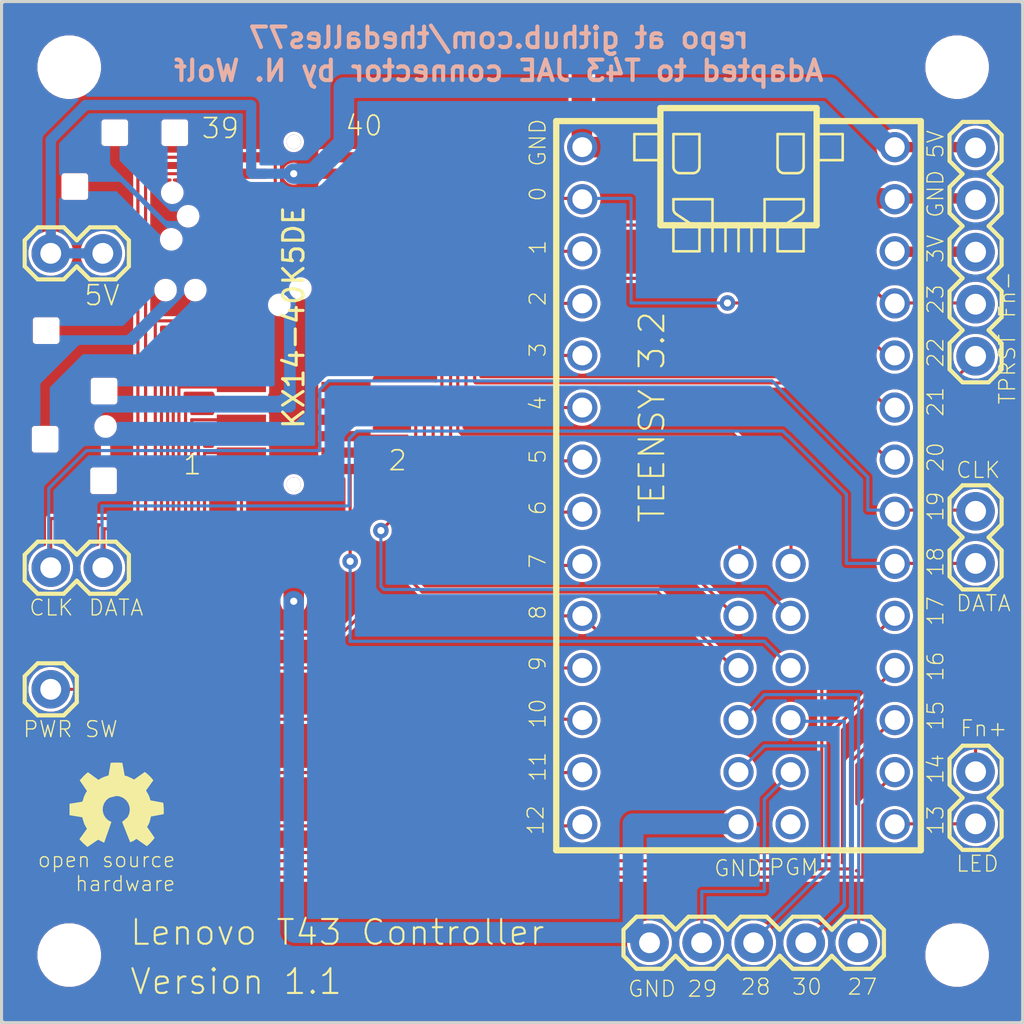
<source format=kicad_pcb>
(kicad_pcb (version 20171130) (host pcbnew 5.1.2)
  (layers (0 Top signal) (31 Bottom signal) (34 B.Paste user) (35 F.Paste user) (36 B.SilkS user) (37 F.SilkS user) (38 B.Mask user) (39 F.Mask user) (44 Edge.Cuts user))
  (net 0 "")
  (module Connector_JAE:KX14-40K5DE (layer Top) (at 135.3 87.7 270)
    (fp_text reference REF** hide)
    (fp_text value KX14-40K5DE (at 7.8 -2.55 90) (layer F.SilkS))
    (pad 2 smd rect (at 15.2 -5.1 270) (size 0.5 2.4) (layers Top F.Paste F.Mask))
    (pad 4 smd rect (at 14.4 -5.1 270) (size 0.5 2.4) (layers Top F.Paste F.Mask))
    (pad 6 smd rect (at 13.6 -5.1 270) (size 0.5 2.4) (layers Top F.Paste F.Mask))
    (pad 8 smd rect (at 12.8 -5.1 270) (size 0.5 2.4) (layers Top F.Paste F.Mask))
    (pad 10 smd rect (at 12 -5.1 270) (size 0.5 2.4) (layers Top F.Paste F.Mask))
    (pad 12 smd rect (at 11.2 -5.1 270) (size 0.5 2.4) (layers Top F.Paste F.Mask))
    (pad 14 smd rect (at 10.4 -5.1 270) (size 0.5 2.4) (layers Top F.Paste F.Mask))
    (pad 16 smd rect (at 9.6 -5.1 270) (size 0.5 2.4) (layers Top F.Paste F.Mask))
    (pad 18 smd rect (at 8.8 -5.1 270) (size 0.5 2.4) (layers Top F.Paste F.Mask))
    (pad 20 smd rect (at 8 -5.1 270) (size 0.5 2.4) (layers Top F.Paste F.Mask))
    (pad 22 smd rect (at 7.2 -5.1 270) (size 0.5 2.4) (layers Top F.Paste F.Mask))
    (pad 24 smd rect (at 6.4 -5.1 270) (size 0.5 2.4) (layers Top F.Paste F.Mask))
    (pad 26 smd rect (at 5.6 -5.1 270) (size 0.5 2.4) (layers Top F.Paste F.Mask))
    (pad 28 smd rect (at 4.8 -5.1 270) (size 0.5 2.4) (layers Top F.Paste F.Mask))
    (pad 30 smd rect (at 4 -5.1 270) (size 0.5 2.4) (layers Top F.Paste F.Mask))
    (pad 32 smd rect (at 3.2 -5.1 270) (size 0.5 2.4) (layers Top F.Paste F.Mask))
    (pad 34 smd rect (at 2.4 -5.1 270) (size 0.5 2.4) (layers Top F.Paste F.Mask))
    (pad 36 smd rect (at 1.6 -5.1 270) (size 0.5 2.4) (layers Top F.Paste F.Mask))
    (pad 38 smd rect (at 0.8 -5.1 270) (size 0.5 2.4) (layers Top F.Paste F.Mask))
    (pad 40 smd rect (at 0 -5.1 270) (size 0.5 2.4) (layers Top F.Paste F.Mask))
    (pad 44 smd rect (at 19.75 -2.55 270) (size 2.5 2.7) (layers Top F.Paste F.Mask))
    (pad 43 smd rect (at -4.5 -2.55 270) (size 2.5 2.7) (layers Top F.Paste F.Mask))
    (pad 42 thru_hole circle (at 15.95 -2.55 270) (size 0.7 0.7) (drill 0.7) (layers *.Cu *.Mask))
    (pad 41 thru_hole circle (at -0.75 -2.55 270) (size 0.7 0.7) (drill 0.7) (layers *.Cu *.Mask))
    (pad 1 smd rect (at 15.2 0 270) (size 0.5 2.4) (layers Top F.Paste F.Mask))
    (pad 3 smd rect (at 14.4 0 270) (size 0.5 2.4) (layers Top F.Paste F.Mask))
    (pad 5 smd rect (at 13.6 0 270) (size 0.5 2.4) (layers Top F.Paste F.Mask))
    (pad 7 smd rect (at 12.8 0 270) (size 0.5 2.4) (layers Top F.Paste F.Mask))
    (pad 9 smd rect (at 12 0 270) (size 0.5 2.4) (layers Top F.Paste F.Mask))
    (pad 11 smd rect (at 11.2 0 270) (size 0.5 2.4) (layers Top F.Paste F.Mask))
    (pad 13 smd rect (at 10.4 0 270) (size 0.5 2.4) (layers Top F.Paste F.Mask))
    (pad 15 smd rect (at 9.6 0 270) (size 0.5 2.4) (layers Top F.Paste F.Mask))
    (pad 17 smd rect (at 8.8 0 270) (size 0.5 2.4) (layers Top F.Paste F.Mask))
    (pad 19 smd rect (at 8 0 270) (size 0.5 2.4) (layers Top F.Paste F.Mask))
    (pad 21 smd rect (at 7.2 0 270) (size 0.5 2.4) (layers Top F.Paste F.Mask))
    (pad 23 smd rect (at 6.4 0 270) (size 0.5 2.4) (layers Top F.Paste F.Mask))
    (pad 25 smd rect (at 5.6 0 270) (size 0.5 2.4) (layers Top F.Paste F.Mask))
    (pad 27 smd rect (at 4.8 0 270) (size 0.5 2.4) (layers Top F.Paste F.Mask))
    (pad 29 smd rect (at 4 0 270) (size 0.5 2.4) (layers Top F.Paste F.Mask))
    (pad 31 smd rect (at 3.2 0 270) (size 0.5 2.4) (layers Top F.Paste F.Mask))
    (pad 33 smd rect (at 2.4 0 270) (size 0.5 2.4) (layers Top F.Paste F.Mask))
    (pad 35 smd rect (at 1.6 0 270) (size 0.5 2.4) (layers Top F.Paste F.Mask))
    (pad 37 smd rect (at 0.8 0 270) (size 0.5 2.4) (layers Top F.Paste F.Mask))
    (pad 39 smd rect (at 0 0 270) (size 0.5 2.4) (layers Top F.Paste F.Mask))
  )
  (module "" (layer Top) (at 170.2011 83.3036)
    (fp_text reference @HOLE0 hide)
    (fp_text value "" (at 0 0) (layer F.SilkS) (effects (font (size 1.27 1.27))))
    (pad "" np_thru_hole circle (at 0 0) (size 2.8 2.8) (drill 2.8) (layers *.Cu *.Mask))
  )
  (module "" (layer Top) (at 126.9011 83.3036)
    (fp_text reference @HOLE1 hide)
    (fp_text value "" (at 0 0) (layer F.SilkS) (effects (font (size 1.27 1.27))))
    (pad "" np_thru_hole circle (at 0 0) (size 2.8 2.8) (drill 2.8) (layers *.Cu *.Mask))
  )
  (module "" (layer Top) (at 126.9011 126.6036)
    (fp_text reference @HOLE2 hide)
    (fp_text value "" (at 0 0) (layer F.SilkS) (effects (font (size 1.27 1.27))))
    (pad "" np_thru_hole circle (at 0 0) (size 2.8 2.8) (drill 2.8) (layers *.Cu *.Mask))
  )
  (module "" (layer Top) (at 170.2011 126.6036)
    (fp_text reference @HOLE3 hide)
    (fp_text value "" (at 0 0) (layer F.SilkS) (effects (font (size 1.27 1.27))))
    (pad "" np_thru_hole circle (at 0 0) (size 2.8 2.8) (drill 2.8) (layers *.Cu *.Mask))
  )
  (module Lenovo_Scanner:TEENSY_3P2MIN (layer Top) (at 157.0011 99.9036 270)
    (fp_text reference E$1 hide)
    (fp_text value "" hide)
    (fp_text user "TEENSY 3.2" (at 5.6964 0.9761 270) (layer F.SilkS) (effects (font (size 1.2065 1.2065) (thickness 0.1016)) (justify left bottom)))
    (pad GND2 thru_hole circle (at 20.32 -2.54 90) (size 1.4732 1.4732) (drill 0.9652) (layers *.Cu *.Mask))
    (pad PGM thru_hole circle (at 20.32 -5.08 90) (size 1.4732 1.4732) (drill 0.9652) (layers *.Cu *.Mask))
    (pad 24 thru_hole circle (at 7.62 -2.54 90) (size 1.4732 1.4732) (drill 0.9652) (layers *.Cu *.Mask))
    (pad 25 thru_hole circle (at 10.16 -2.54 90) (size 1.4732 1.4732) (drill 0.9652) (layers *.Cu *.Mask))
    (pad 26 thru_hole circle (at 12.7 -2.54 90) (size 1.4732 1.4732) (drill 0.9652) (layers *.Cu *.Mask))
    (pad 27 thru_hole circle (at 15.24 -2.54 90) (size 1.4732 1.4732) (drill 0.9652) (layers *.Cu *.Mask))
    (pad 28 thru_hole circle (at 17.78 -2.54 90) (size 1.4732 1.4732) (drill 0.9652) (layers *.Cu *.Mask))
    (pad 33 thru_hole circle (at 7.62 -5.08 90) (size 1.4732 1.4732) (drill 0.9652) (layers *.Cu *.Mask))
    (pad 32 thru_hole circle (at 10.16 -5.08 90) (size 1.4732 1.4732) (drill 0.9652) (layers *.Cu *.Mask))
    (pad 31 thru_hole circle (at 12.7 -5.08 90) (size 1.4732 1.4732) (drill 0.9652) (layers *.Cu *.Mask))
    (pad 30 thru_hole circle (at 15.24 -5.08 90) (size 1.4732 1.4732) (drill 0.9652) (layers *.Cu *.Mask))
    (pad 29 thru_hole circle (at 17.78 -5.08 90) (size 1.4732 1.4732) (drill 0.9652) (layers *.Cu *.Mask))
    (pad VIN thru_hole circle (at -12.7 -10.16 270) (size 1.4732 1.4732) (drill 0.9652) (layers *.Cu *.Mask))
    (pad GND1 thru_hole circle (at -12.7 5.08 270) (size 1.4732 1.4732) (drill 0.9652) (layers *.Cu *.Mask))
    (pad AGND thru_hole circle (at -10.16 -10.16 270) (size 1.4732 1.4732) (drill 0.9652) (layers *.Cu *.Mask))
    (pad 3V1 thru_hole circle (at -7.62 -10.16 270) (size 1.4732 1.4732) (drill 0.9652) (layers *.Cu *.Mask))
    (pad 0 thru_hole circle (at -10.16 5.08 270) (size 1.4732 1.4732) (drill 0.9652) (layers *.Cu *.Mask))
    (pad 23 thru_hole circle (at -5.08 -10.16 270) (size 1.4732 1.4732) (drill 0.9652) (layers *.Cu *.Mask))
    (pad 22 thru_hole circle (at -2.54 -10.16 270) (size 1.4732 1.4732) (drill 0.9652) (layers *.Cu *.Mask))
    (pad 21 thru_hole circle (at 0 -10.16 270) (size 1.4732 1.4732) (drill 0.9652) (layers *.Cu *.Mask))
    (pad 20 thru_hole circle (at 2.54 -10.16 270) (size 1.4732 1.4732) (drill 0.9652) (layers *.Cu *.Mask))
    (pad 19 thru_hole circle (at 5.08 -10.16 270) (size 1.4732 1.4732) (drill 0.9652) (layers *.Cu *.Mask))
    (pad 18 thru_hole circle (at 7.62 -10.16 270) (size 1.4732 1.4732) (drill 0.9652) (layers *.Cu *.Mask))
    (pad 17 thru_hole circle (at 10.16 -10.16 270) (size 1.4732 1.4732) (drill 0.9652) (layers *.Cu *.Mask))
    (pad 16 thru_hole circle (at 12.7 -10.16 270) (size 1.4732 1.4732) (drill 0.9652) (layers *.Cu *.Mask))
    (pad 15 thru_hole circle (at 15.24 -10.16 270) (size 1.4732 1.4732) (drill 0.9652) (layers *.Cu *.Mask))
    (pad 14 thru_hole circle (at 17.78 -10.16 270) (size 1.4732 1.4732) (drill 0.9652) (layers *.Cu *.Mask))
    (pad 13 thru_hole circle (at 20.32 -10.16 270) (size 1.4732 1.4732) (drill 0.9652) (layers *.Cu *.Mask))
    (pad 12 thru_hole circle (at 20.32 5.08 270) (size 1.4732 1.4732) (drill 0.9652) (layers *.Cu *.Mask))
    (pad 11 thru_hole circle (at 17.78 5.08 270) (size 1.4732 1.4732) (drill 0.9652) (layers *.Cu *.Mask))
    (pad 10 thru_hole circle (at 15.24 5.08 270) (size 1.4732 1.4732) (drill 0.9652) (layers *.Cu *.Mask))
    (pad 9 thru_hole circle (at 12.7 5.08 270) (size 1.4732 1.4732) (drill 0.9652) (layers *.Cu *.Mask))
    (pad 8 thru_hole circle (at 10.16 5.08 270) (size 1.4732 1.4732) (drill 0.9652) (layers *.Cu *.Mask))
    (pad 7 thru_hole circle (at 7.62 5.08 270) (size 1.4732 1.4732) (drill 0.9652) (layers *.Cu *.Mask))
    (pad 6 thru_hole circle (at 5.08 5.08 270) (size 1.4732 1.4732) (drill 0.9652) (layers *.Cu *.Mask))
    (pad 5 thru_hole circle (at 2.54 5.08 270) (size 1.4732 1.4732) (drill 0.9652) (layers *.Cu *.Mask))
    (pad 4 thru_hole circle (at 0 5.08 270) (size 1.4732 1.4732) (drill 0.9652) (layers *.Cu *.Mask))
    (pad 3 thru_hole circle (at -2.54 5.08 270) (size 1.4732 1.4732) (drill 0.9652) (layers *.Cu *.Mask))
    (pad 2 thru_hole circle (at -5.08 5.08 270) (size 1.4732 1.4732) (drill 0.9652) (layers *.Cu *.Mask))
    (pad 1 thru_hole circle (at -7.62 5.08 270) (size 1.4732 1.4732) (drill 0.9652) (layers *.Cu *.Mask))
  )
  (module Lenovo_Scanner:1X01 (layer Top) (at 126.0011 113.6436)
    (fp_text reference E$3 hide)
    (fp_text value "")
    (pad 1 thru_hole circle (at 0 0 90) (size 1.8796 1.8796) (drill 1.016) (layers *.Cu *.Mask))
  )
  (module Lenovo_Scanner:1X02 (layer Top) (at 171.1011 107.5036 90)
    (fp_text reference E$8 hide)
    (fp_text value "")
    (pad 2 thru_hole circle (at 2.54 0 180) (size 1.8796 1.8796) (drill 1.016) (layers *.Cu *.Mask))
    (pad 1 thru_hole circle (at 0 0 180) (size 1.8796 1.8796) (drill 1.016) (layers *.Cu *.Mask))
  )
  (module Lenovo_Scanner:1X02 (layer Top) (at 171.1011 120.2036 90)
    (fp_text reference E$7 hide)
    (fp_text value "")
    (pad 2 thru_hole circle (at 2.54 0 180) (size 1.8796 1.8796) (drill 1.016) (layers *.Cu *.Mask))
    (pad 1 thru_hole circle (at 0 0 180) (size 1.8796 1.8796) (drill 1.016) (layers *.Cu *.Mask))
  )
  (module Lenovo_Scanner:1X05 (layer Top) (at 155.2011 126.0036)
    (fp_text reference E$4 hide)
    (fp_text value "")
    (pad 5 thru_hole circle (at 10.16 0 90) (size 1.8796 1.8796) (drill 1.016) (layers *.Cu *.Mask))
    (pad 4 thru_hole circle (at 7.62 0 90) (size 1.8796 1.8796) (drill 1.016) (layers *.Cu *.Mask))
    (pad 3 thru_hole circle (at 5.08 0 90) (size 1.8796 1.8796) (drill 1.016) (layers *.Cu *.Mask))
    (pad 2 thru_hole circle (at 2.54 0 90) (size 1.8796 1.8796) (drill 1.016) (layers *.Cu *.Mask))
    (pad 1 thru_hole circle (at 0 0 90) (size 1.8796 1.8796) (drill 1.016) (layers *.Cu *.Mask))
  )
  (module Lenovo_Scanner:1X02 (layer Top) (at 126.0011 92.3836)
    (fp_text reference E$5 hide)
    (fp_text value "")
    (pad 2 thru_hole circle (at 2.54 0 90) (size 1.8796 1.8796) (drill 1.016) (layers *.Cu *.Mask))
    (pad 1 thru_hole circle (at 0 0 90) (size 1.8796 1.8796) (drill 1.016) (layers *.Cu *.Mask))
  )
  (module Lenovo_Scanner:1X02 (layer Top) (at 126.0011 107.7136)
    (fp_text reference E$9 hide)
    (fp_text value "")
    (pad 2 thru_hole circle (at 2.54 0 90) (size 1.8796 1.8796) (drill 1.016) (layers *.Cu *.Mask))
    (pad 1 thru_hole circle (at 0 0 90) (size 1.8796 1.8796) (drill 1.016) (layers *.Cu *.Mask))
  )
  (module Lenovo_Scanner:1X05 (layer Top) (at 171.1011 97.4036 90)
    (fp_text reference E$6 hide)
    (fp_text value "")
    (pad 5 thru_hole circle (at 10.16 0 180) (size 1.8796 1.8796) (drill 1.016) (layers *.Cu *.Mask))
    (pad 4 thru_hole circle (at 7.62 0 180) (size 1.8796 1.8796) (drill 1.016) (layers *.Cu *.Mask))
    (pad 3 thru_hole circle (at 5.08 0 180) (size 1.8796 1.8796) (drill 1.016) (layers *.Cu *.Mask))
    (pad 2 thru_hole circle (at 2.54 0 180) (size 1.8796 1.8796) (drill 1.016) (layers *.Cu *.Mask))
    (pad 1 thru_hole circle (at 0 0 180) (size 1.8796 1.8796) (drill 1.016) (layers *.Cu *.Mask))
  )
  (module Lenovo_Scanner:OSHW_5MM (layer Top) (at 129.2011 119.5036)
    (fp_text reference E$10 hide)
    (fp_text value "" hide)
    (fp_text user "open source\n  hardware" (at 2.921 2.032) (layer F.SilkS) (effects (font (size 0.7239 0.7239) (thickness 0.06096)) (justify right top)))
  )
  (gr_text "repo at github.com/thedalles77\nAdapted to T43 JAE connector by N. Wolf" (at 147.85 82.675) (layer B.SilkS) (effects (font (size 1 1) (thickness 0.2)) (justify mirror)))
  (gr_text 40 (at 140.3 86.725) (layer F.SilkS) (effects (font (size 0.9652 0.9652) (thickness 0.08128)) (justify left bottom)))
  (gr_text "Lenovo T43 Controller" (at 129.8011 126.2036) (layer F.SilkS) (effects (font (size 1.2065 1.2065) (thickness 0.1016)) (justify left bottom)))
  (gr_text 1 (at 132.4 103.25) (layer F.SilkS) (effects (font (size 0.9652 0.9652) (thickness 0.08128)) (justify left bottom)))
  (gr_text 39 (at 133.3 86.85) (layer F.SilkS) (effects (font (size 0.9652 0.9652) (thickness 0.08128)) (justify left bottom)))
  (gr_text 2 (at 142.4 103.05) (layer F.SilkS) (effects (font (size 0.9652 0.9652) (thickness 0.08128)) (justify left bottom)))
  (gr_text "PWR SW" (at 124.6011 116.0436) (layer F.SilkS) (effects (font (size 0.77216 0.77216) (thickness 0.065024)) (justify left bottom)))
  (gr_text GND (at 154.1011 128.7036) (layer F.SilkS) (effects (font (size 0.77216 0.77216) (thickness 0.065024)) (justify left bottom)))
  (gr_text LED (at 170.1011 122.6036) (layer F.SilkS) (effects (font (size 0.77216 0.77216) (thickness 0.065024)) (justify left bottom)))
  (gr_text Fn+ (at 170.3011 116.0036) (layer F.SilkS) (effects (font (size 0.77216 0.77216) (thickness 0.065024)) (justify left bottom)))
  (gr_text Fn- (at 173.1011 95.6036 90) (layer F.SilkS) (effects (font (size 0.77216 0.77216) (thickness 0.065024)) (justify left bottom)))
  (gr_text DATA (at 170.1011 109.9036) (layer F.SilkS) (effects (font (size 0.77216 0.77216) (thickness 0.065024)) (justify left bottom)))
  (gr_text CLK (at 170.1011 103.4036) (layer F.SilkS) (effects (font (size 0.77216 0.77216) (thickness 0.065024)) (justify left bottom)))
  (gr_text 5V (at 169.6011 87.8036 90) (layer F.SilkS) (effects (font (size 0.77216 0.77216) (thickness 0.065024)) (justify left bottom)))
  (gr_text GND (at 169.6011 90.7036 90) (layer F.SilkS) (effects (font (size 0.77216 0.77216) (thickness 0.065024)) (justify left bottom)))
  (gr_text 3V (at 169.6011 92.9036 90) (layer F.SilkS) (effects (font (size 0.77216 0.77216) (thickness 0.065024)) (justify left bottom)))
  (gr_text 29 (at 157.0011 128.7036) (layer F.SilkS) (effects (font (size 0.77216 0.77216) (thickness 0.065024)) (justify left bottom)))
  (gr_text 28 (at 159.6011 128.6036) (layer F.SilkS) (effects (font (size 0.77216 0.77216) (thickness 0.065024)) (justify left bottom)))
  (gr_text 30 (at 162.1011 128.6036) (layer F.SilkS) (effects (font (size 0.77216 0.77216) (thickness 0.065024)) (justify left bottom)))
  (gr_text 27 (at 164.8011 128.6036) (layer F.SilkS) (effects (font (size 0.77216 0.77216) (thickness 0.065024)) (justify left bottom)))
  (gr_text GND (at 150.2011 88.2036 90) (layer F.SilkS) (effects (font (size 0.77216 0.77216) (thickness 0.065024)) (justify left bottom)))
  (gr_text 0 (at 150.2011 89.9036 90) (layer F.SilkS) (effects (font (size 0.77216 0.77216) (thickness 0.065024)) (justify left bottom)))
  (gr_text 1 (at 150.2011 92.5036 90) (layer F.SilkS) (effects (font (size 0.77216 0.77216) (thickness 0.065024)) (justify left bottom)))
  (gr_text 2 (at 150.2011 95.0036 90) (layer F.SilkS) (effects (font (size 0.77216 0.77216) (thickness 0.065024)) (justify left bottom)))
  (gr_text 3 (at 150.2011 97.5036 90) (layer F.SilkS) (effects (font (size 0.77216 0.77216) (thickness 0.065024)) (justify left bottom)))
  (gr_text 4 (at 150.2011 100.1036 90) (layer F.SilkS) (effects (font (size 0.77216 0.77216) (thickness 0.065024)) (justify left bottom)))
  (gr_text 5 (at 150.2011 102.7036 90) (layer F.SilkS) (effects (font (size 0.77216 0.77216) (thickness 0.065024)) (justify left bottom)))
  (gr_text 6 (at 150.2011 105.2036 90) (layer F.SilkS) (effects (font (size 0.77216 0.77216) (thickness 0.065024)) (justify left bottom)))
  (gr_text 7 (at 150.2011 107.8036 90) (layer F.SilkS) (effects (font (size 0.77216 0.77216) (thickness 0.065024)) (justify left bottom)))
  (gr_text 8 (at 150.2011 110.3036 90) (layer F.SilkS) (effects (font (size 0.77216 0.77216) (thickness 0.065024)) (justify left bottom)))
  (gr_text 9 (at 150.2011 112.8036 90) (layer F.SilkS) (effects (font (size 0.77216 0.77216) (thickness 0.065024)) (justify left bottom)))
  (gr_text 10 (at 150.2011 115.6036 90) (layer F.SilkS) (effects (font (size 0.77216 0.77216) (thickness 0.065024)) (justify left bottom)))
  (gr_text 11 (at 150.2011 118.2036 90) (layer F.SilkS) (effects (font (size 0.77216 0.77216) (thickness 0.065024)) (justify left bottom)))
  (gr_text 12 (at 150.1011 120.8036 90) (layer F.SilkS) (effects (font (size 0.77216 0.77216) (thickness 0.065024)) (justify left bottom)))
  (gr_text 13 (at 169.6011 120.8036 90) (layer F.SilkS) (effects (font (size 0.77216 0.77216) (thickness 0.065024)) (justify left bottom)))
  (gr_text 14 (at 169.6011 118.3036 90) (layer F.SilkS) (effects (font (size 0.77216 0.77216) (thickness 0.065024)) (justify left bottom)))
  (gr_text 15 (at 169.6011 115.7036 90) (layer F.SilkS) (effects (font (size 0.77216 0.77216) (thickness 0.065024)) (justify left bottom)))
  (gr_text 16 (at 169.6011 113.3036 90) (layer F.SilkS) (effects (font (size 0.77216 0.77216) (thickness 0.065024)) (justify left bottom)))
  (gr_text 17 (at 169.6011 110.6036 90) (layer F.SilkS) (effects (font (size 0.77216 0.77216) (thickness 0.065024)) (justify left bottom)))
  (gr_text 18 (at 169.6011 108.2036 90) (layer F.SilkS) (effects (font (size 0.77216 0.77216) (thickness 0.065024)) (justify left bottom)))
  (gr_text 19 (at 169.6011 105.5036 90) (layer F.SilkS) (effects (font (size 0.77216 0.77216) (thickness 0.065024)) (justify left bottom)))
  (gr_text 20 (at 169.6011 103.1036 90) (layer F.SilkS) (effects (font (size 0.77216 0.77216) (thickness 0.065024)) (justify left bottom)))
  (gr_text 21 (at 169.6011 100.4036 90) (layer F.SilkS) (effects (font (size 0.77216 0.77216) (thickness 0.065024)) (justify left bottom)))
  (gr_text 22 (at 169.6011 98.0036 90) (layer F.SilkS) (effects (font (size 0.77216 0.77216) (thickness 0.065024)) (justify left bottom)))
  (gr_text 23 (at 169.6011 95.4036 90) (layer F.SilkS) (effects (font (size 0.77216 0.77216) (thickness 0.065024)) (justify left bottom)))
  (gr_text PGM (at 160.975 122.775) (layer F.SilkS) (effects (font (size 0.77216 0.77216) (thickness 0.065024)) (justify left bottom)))
  (gr_text GND (at 158.3 122.825) (layer F.SilkS) (effects (font (size 0.77216 0.77216) (thickness 0.065024)) (justify left bottom)))
  (gr_line (start 123.6011 129.9036) (end 123.6011 80.1036) (layer Edge.Cuts) (width 0.15))
  (gr_line (start 123.6011 80.1036) (end 173.4011 80.1036) (layer Edge.Cuts) (width 0.15))
  (gr_line (start 173.4011 80.1036) (end 173.4011 129.9036) (layer Edge.Cuts) (width 0.15))
  (gr_line (start 173.4011 129.9036) (end 123.6011 129.9036) (layer Edge.Cuts) (width 0.15))
  (gr_text CLK (at 124.9011 110.1136) (layer F.SilkS) (effects (font (size 0.77216 0.77216) (thickness 0.065024)) (justify left bottom)))
  (gr_text DATA (at 127.8011 110.1136) (layer F.SilkS) (effects (font (size 0.77216 0.77216) (thickness 0.065024)) (justify left bottom)))
  (gr_text 5V (at 127.575 95) (layer F.SilkS) (effects (font (size 0.9652 0.9652) (thickness 0.08128)) (justify left bottom)))
  (gr_text TPRST (at 173.1011 99.8036 90) (layer F.SilkS) (effects (font (size 0.77216 0.77216) (thickness 0.065024)) (justify left bottom)))
  (gr_text "Version 1.1" (at 129.8011 128.6036) (layer F.SilkS) (effects (font (size 1.2065 1.2065) (thickness 0.1016)) (justify left bottom)))
  (segment (start 163.0011 93.6036) (end 166.6011 97.2036) (width 0.1524) (layer Top) (net 0))
  (segment (start 163.0011 96.1036) (end 166.7011 99.8036) (width 0.1524) (layer Top) (net 0))
  (segment (start 161.8011 87.2036) (end 164.4011 89.7036) (width 1) (layer Top) (net 0))
  (segment (start 164.4011 89.7036) (end 166.6011 89.7036) (width 1) (layer Top) (net 0))
  (segment (start 161.8011 87.2036) (end 151.9011 87.2036) (width 1) (layer Top) (net 0))
  (segment (start 151.9011 87.2036) (end 151.7011 87.2036) (width 1.016) (layer Top) (net 0))
  (segment (start 138.3011 82.6036) (end 151.9011 82.6036) (width 1) (layer Top) (net 0))
  (segment (start 151.9011 82.6036) (end 151.9011 87.2036) (width 1) (layer Top) (net 0))
  (via (at 137.85 88.5) (size 0.7564) (drill 0.35) (layers Top Bottom) (net 0))
  (via (at 142.1011 105.9036) (size 0.7564) (drill 0.35) (layers Top Bottom) (net 0))
  (via (at 140.6011 107.4036) (size 0.7564) (drill 0.35) (layers Top Bottom) (net 0))
  (segment (start 161.8011 109.7036) (end 161.0011 108.9036) (width 0.1524) (layer Bottom) (net 0))
  (segment (start 161.7011 112.2036) (end 160.8011 111.3036) (width 0.1524) (layer Bottom) (net 0))
  (segment (start 160.8011 111.3036) (end 140.6011 111.3036) (width 0.1524) (layer Bottom) (net 0))
  (segment (start 140.6011 111.3036) (end 140.6011 107.7036) (width 0.1524) (layer Bottom) (net 0))
  (segment (start 159.7011 120.2036) (end 154.4011 120.2036) (width 1.016) (layer Bottom) (net 0))
  (segment (start 154.4011 120.2036) (end 154.4011 125.5036) (width 1.016) (layer Bottom) (net 0))
  (segment (start 154.4011 125.5036) (end 137.9011 125.5036) (width 1.016) (layer Bottom) (net 0))
  (via (at 137.85 109.35) (size 0.7564) (drill 0.35) (layers Top Bottom) (net 0))
  (segment (start 160.0011 114.8036) (end 160.8011 113.9036) (width 0.1524) (layer Bottom) (net 0))
  (segment (start 160.8011 113.9036) (end 165.4011 113.9036) (width 0.1524) (layer Bottom) (net 0))
  (segment (start 165.4011 113.9036) (end 165.4011 125.4036) (width 0.1524) (layer Bottom) (net 0))
  (segment (start 162.7011 115.2036) (end 164.7011 115.2036) (width 0.1524) (layer Bottom) (net 0))
  (segment (start 164.7011 124.2036) (end 163.4011 125.5036) (width 0.1524) (layer Bottom) (net 0))
  (segment (start 159.9011 117.3036) (end 160.8011 116.4036) (width 0.1524) (layer Bottom) (net 0))
  (segment (start 160.8011 116.4036) (end 163.8011 116.4036) (width 0.1524) (layer Bottom) (net 0))
  (segment (start 162.8011 123.4036) (end 160.8011 125.4036) (width 0.1524) (layer Bottom) (net 0))
  (segment (start 161.7011 118.1036) (end 160.8011 119.0036) (width 0.1524) (layer Bottom) (net 0))
  (segment (start 160.8011 119.0036) (end 160.8011 123.5036) (width 0.1524) (layer Bottom) (net 0))
  (segment (start 160.8011 123.5036) (end 157.7511 123.5036) (width 0.1524) (layer Bottom) (net 0))
  (segment (start 157.7511 123.5036) (end 157.7511 125.5036) (width 0.1524) (layer Bottom) (net 0))
  (segment (start 167.8011 94.8036) (end 170.2011 94.8036) (width 0.1524) (layer Top) (net 0))
  (segment (start 170.5011 107.5036) (end 167.7011 107.5036) (width 0.1524) (layer Top) (net 0))
  (segment (start 170.5011 104.9036) (end 167.7011 104.9036) (width 0.1524) (layer Top) (net 0))
  (segment (start 167.7011 120.2036) (end 170.5011 120.2036) (width 0.1524) (layer Top) (net 0))
  (segment (start 167.8011 92.3036) (end 170.4011 92.3036) (width 0.508) (layer Top) (net 0))
  (segment (start 167.8011 89.7036) (end 170.4011 89.7036) (width 0.508) (layer Top) (net 0))
  (segment (start 167.8011 87.2036) (end 170.4011 87.2036) (width 0.508) (layer Top) (net 0))
  (segment (start 166.7011 87.0036) (end 164.0011 84.3036) (width 1) (layer Bottom) (net 0))
  (segment (start 128.6011 105.8136) (end 128.6011 107.2136) (width 0.1524) (layer Top) (net 0))
  (segment (start 126.0011 105.3136) (end 126.0011 107.2136) (width 0.1524) (layer Top) (net 0))
  (segment (start 126.7011 92.3836) (end 127.9011 92.3836) (width 0.5) (layer Bottom) (net 0))
  (segment (start 152.4011 89.7036) (end 154.3011 89.7036) (width 0.1524) (layer Bottom) (net 0))
  (segment (start 154.3011 89.7036) (end 154.3011 94.8036) (width 0.1524) (layer Bottom) (net 0))
  (segment (start 154.3011 94.8036) (end 159.0011 94.8036) (width 0.1524) (layer Bottom) (net 0))
  (via (at 159.0011 94.8036) (size 0.7564) (drill 0.35) (layers Top Bottom) (net 0))
  (segment (start 159.3011 94.8036) (end 162.6011 94.8036) (width 0.1524) (layer Top) (net 0))
  (segment (start 162.6011 94.8036) (end 166.4011 98.6036) (width 0.1524) (layer Top) (net 0))
  (segment (start 166.4011 98.6036) (end 170.0011 98.6036) (width 0.1524) (layer Top) (net 0))
  (segment (start 170.0011 98.6036) (end 170.6011 98.0036) (width 0.1524) (layer Top) (net 0))
  (segment (start 135 88.45) (end 135.534855 88.45) (width 0.1524) (layer Top) (net 0))
  (segment (start 140.2964 84.3036) (end 164.0011 84.3036) (width 1) (layer Bottom) (net 0))
  (segment (start 140.2964 84.3036) (end 140.2964 87.0036) (width 1) (layer Bottom) (net 0))
  (segment (start 138.8 88.5) (end 137.85 88.5) (width 1) (layer Bottom) (net 0))
  (segment (start 140.2964 87.0036) (end 138.8 88.5) (width 1) (layer Bottom) (net 0))
  (segment (start 137.85 88.5) (end 140.3 88.5) (width 0.1524) (layer Top) (net 0))
  (segment (start 137.85 84.7) (end 136.95 85.6) (width 0.1524) (layer Top) (net 0))
  (segment (start 137.85 83.2) (end 137.85 84.7) (width 0.1524) (layer Top) (net 0))
  (segment (start 136.95 85.6) (end 136.95 90.95) (width 0.1524) (layer Top) (net 0))
  (segment (start 136.9 90.9) (end 135.3 90.9) (width 0.1524) (layer Top) (net 0))
  (segment (start 136.95 90.95) (end 136.9 90.9) (width 0.1524) (layer Top) (net 0))
  (segment (start 138.1 90.95) (end 136.95 90.95) (width 0.1524) (layer Top) (net 0))
  (segment (start 138.95 90.1) (end 138.1 90.95) (width 0.1524) (layer Top) (net 0))
  (segment (start 140.4 90.1) (end 138.95 90.1) (width 0.1524) (layer Top) (net 0))
  (segment (start 140.4 87.7) (end 149.6 87.7) (width 0.1524) (layer Top) (net 0))
  (segment (start 149.6 89.6572) (end 149.6464 89.7036) (width 0.1524) (layer Top) (net 0))
  (segment (start 149.6 87.7) (end 149.6 89.6572) (width 0.1524) (layer Top) (net 0))
  (segment (start 149.6011 89.7036) (end 149.6464 89.7036) (width 0.1524) (layer Top) (net 0))
  (segment (start 149.6464 89.7036) (end 151.4011 89.7036) (width 0.1524) (layer Top) (net 0))
  (segment (start 163.0011 93.6036) (end 148.0036 93.6036) (width 0.1524) (layer Top) (net 0))
  (segment (start 147.0286 96.1036) (end 147.025 96.1) (width 0.1524) (layer Top) (net 0))
  (segment (start 137.85 109.35) (end 137.85 107.45) (width 1) (layer Top) (net 0))
  (segment (start 137.85 125.4525) (end 137.85 109.35) (width 1) (layer Bottom) (net 0))
  (segment (start 137.9011 125.5036) (end 137.85 125.4525) (width 1) (layer Bottom) (net 0))
  (segment (start 166.7011 102.3036) (end 163.1011 98.7036) (width 0.1524) (layer Top) (net 0))
  (segment (start 159.6011 104.9036) (end 159.6011 107.0036) (width 0.1524) (layer Top) (net 0))
  (segment (start 158.4011 103.7036) (end 159.6011 104.9036) (width 0.1524) (layer Top) (net 0))
  (segment (start 140.6011 103.1011) (end 140.4 102.9) (width 0.1524) (layer Top) (net 0))
  (segment (start 140.6011 107.4036) (end 140.6011 103.1011) (width 0.1524) (layer Top) (net 0))
  (segment (start 142.1011 105.9036) (end 142.675 105.3297) (width 0.1524) (layer Top) (net 0))
  (segment (start 142.675 105.3297) (end 142.675 102.125) (width 0.1524) (layer Top) (net 0))
  (segment (start 142.65 102.1) (end 140.4 102.1) (width 0.1524) (layer Top) (net 0))
  (segment (start 142.675 102.125) (end 142.65 102.1) (width 0.1524) (layer Top) (net 0))
  (segment (start 159.0011 112.3036) (end 155.6011 108.9036) (width 0.1524) (layer Top) (net 0))
  (segment (start 155.5547 106.2572) (end 155.62375 106.32625) (width 0.1524) (layer Top) (net 0))
  (segment (start 159.1011 109.8036) (end 155.62375 106.32625) (width 0.1524) (layer Top) (net 0))
  (segment (start 155.62375 106.32625) (end 155.6011 106.3036) (width 0.1524) (layer Top) (net 0))
  (segment (start 130.25 105.275) (end 130.2114 105.3136) (width 0.1524) (layer Top) (net 0))
  (segment (start 130.25 87.7) (end 130.25 105.275) (width 0.1524) (layer Top) (net 0))
  (segment (start 135.3 87.7) (end 130.25 87.7) (width 0.1524) (layer Top) (net 0))
  (segment (start 130.2114 105.3136) (end 126.0011 105.3136) (width 0.1524) (layer Top) (net 0))
  (segment (start 130.625 88.5) (end 130.625 105.775) (width 0.1524) (layer Top) (net 0))
  (segment (start 135.3 88.5) (end 130.625 88.5) (width 0.1524) (layer Top) (net 0))
  (segment (start 130.5864 105.8136) (end 130.625 105.775) (width 0.1524) (layer Top) (net 0))
  (segment (start 128.6011 105.8136) (end 130.5864 105.8136) (width 0.1524) (layer Top) (net 0))
  (segment (start 133.9476 95.7) (end 133.9226 95.675) (width 0.1524) (layer Top) (net 0))
  (segment (start 135.3 95.7) (end 133.9476 95.7) (width 0.1524) (layer Top) (net 0))
  (segment (start 133.9226 95.675) (end 131.1 95.675) (width 0.1524) (layer Top) (net 0))
  (segment (start 131.1 113.5622) (end 131.0186 113.6436) (width 0.1524) (layer Top) (net 0))
  (segment (start 131.1 95.675) (end 131.1 113.5622) (width 0.1524) (layer Top) (net 0))
  (segment (start 131.0186 113.6436) (end 126.6011 113.6436) (width 0.1524) (layer Top) (net 0))
  (segment (start 140.4 91.7) (end 148 91.7) (width 0.1524) (layer Top) (net 0))
  (segment (start 148 93.6) (end 148.0036 93.6036) (width 0.1524) (layer Top) (net 0))
  (segment (start 148 91.7) (end 148 93.6) (width 0.1524) (layer Top) (net 0))
  (segment (start 140.4 92.5) (end 147.65 92.5) (width 0.1524) (layer Top) (net 0))
  (segment (start 147.65 92.5) (end 147.65 94.775) (width 0.1524) (layer Top) (net 0))
  (segment (start 163.0011 91.0036) (end 166.6011 94.6036) (width 0.1524) (layer Top) (net 0))
  (segment (start 148.875 90.875) (end 149.0036 91.0036) (width 0.1524) (layer Top) (net 0))
  (segment (start 149.0036 91.0036) (end 163.0011 91.0036) (width 0.1524) (layer Top) (net 0))
  (segment (start 140.4 89.3) (end 148.875 89.3) (width 0.1524) (layer Top) (net 0))
  (segment (start 148.875 89.3) (end 148.875 90.875) (width 0.1524) (layer Top) (net 0))
  (segment (start 140.4 93.3) (end 147.325 93.3) (width 0.1524) (layer Top) (net 0))
  (segment (start 147.325 93.3) (end 147.325 96.025) (width 0.1524) (layer Top) (net 0))
  (segment (start 163.0011 96.1036) (end 147.4036 96.1036) (width 0.1524) (layer Top) (net 0))
  (segment (start 140.4 94.1) (end 147.025 94.1) (width 0.1524) (layer Top) (net 0))
  (segment (start 147.025 94.1) (end 147.025 97.325) (width 0.1524) (layer Top) (net 0))
  (segment (start 147.6986 94.8236) (end 151.9211 94.8236) (width 0.1524) (layer Top) (net 0))
  (segment (start 147.65 94.775) (end 147.6986 94.8236) (width 0.1524) (layer Top) (net 0))
  (segment (start 147.325 96.025) (end 147.4036 96.1036) (width 0.1524) (layer Top) (net 0))
  (segment (start 148.325 90.9) (end 140.4 90.9) (width 0.1524) (layer Top) (net 0))
  (segment (start 148.325 92.3) (end 148.325 90.9) (width 0.1524) (layer Top) (net 0))
  (segment (start 150.862991 92.3) (end 148.325 92.3) (width 0.1524) (layer Top) (net 0))
  (segment (start 151.9211 92.2836) (end 150.879391 92.2836) (width 0.1524) (layer Top) (net 0))
  (segment (start 150.879391 92.2836) (end 150.862991 92.3) (width 0.1524) (layer Top) (net 0))
  (segment (start 140.4 94.9) (end 146.675 94.9) (width 0.1524) (layer Top) (net 0))
  (segment (start 146.675 94.9) (end 146.675 98.65) (width 0.1524) (layer Top) (net 0))
  (segment (start 162.1011 104.0036) (end 162.1011 107.1036) (width 0.1524) (layer Top) (net 0))
  (segment (start 159.2975 101.2) (end 162.1011 104.0036) (width 0.1524) (layer Top) (net 0))
  (segment (start 146.05 101.2) (end 159.2975 101.2) (width 0.1524) (layer Top) (net 0))
  (segment (start 147.0636 97.3636) (end 147.025 97.325) (width 0.1524) (layer Top) (net 0))
  (segment (start 151.9211 97.3636) (end 147.0636 97.3636) (width 0.1524) (layer Top) (net 0))
  (segment (start 146.7286 98.7036) (end 146.675 98.65) (width 0.1524) (layer Top) (net 0))
  (segment (start 163.1011 98.7036) (end 146.7286 98.7036) (width 0.1524) (layer Top) (net 0))
  (segment (start 145.4536 103.7036) (end 158.4011 103.7036) (width 0.1524) (layer Top) (net 0))
  (segment (start 145.1286 105.0036) (end 151.4011 105.0036) (width 0.1524) (layer Top) (net 0))
  (segment (start 144.7678 106.2572) (end 155.5547 106.2572) (width 0.1524) (layer Top) (net 0))
  (segment (start 144.4536 107.6036) (end 151.4011 107.6036) (width 0.1524) (layer Top) (net 0))
  (segment (start 155.6011 108.9036) (end 144.1214 108.9036) (width 0.1524) (layer Top) (net 0))
  (segment (start 135.3 109.9822) (end 135.3214 110.0036) (width 0.1524) (layer Top) (net 0))
  (segment (start 136.0214 115.1036) (end 135.9011 115.1036) (width 0.1524) (layer Top) (net 0))
  (segment (start 151.4011 115.1036) (end 136.0214 115.1036) (width 0.1524) (layer Top) (net 0))
  (segment (start 151.4011 120.3036) (end 135.2286 120.3036) (width 0.1524) (layer Top) (net 0))
  (segment (start 135.5011 117.7036) (end 135.6464 117.7036) (width 0.1524) (layer Top) (net 0))
  (segment (start 135.6464 117.7036) (end 151.4011 117.7036) (width 0.1524) (layer Top) (net 0))
  (segment (start 135.3 94.9) (end 136.25 94.9) (width 0.1524) (layer Top) (net 0))
  (segment (start 135.3 94.1) (end 136.25 94.1) (width 0.1524) (layer Top) (net 0))
  (segment (start 135.3 89.3) (end 134.35 89.3) (width 0.1524) (layer Top) (net 0))
  (segment (start 135.3 90.9) (end 134.35 90.9) (width 0.1524) (layer Top) (net 0))
  (segment (start 135.825 88.5) (end 137.85 88.5) (width 0.5) (layer Bottom) (net 0))
  (segment (start 135.775 85.15) (end 135.775 88.45) (width 0.5) (layer Bottom) (net 0))
  (segment (start 135.775 88.45) (end 135.825 88.5) (width 0.1524) (layer Bottom) (net 0))
  (segment (start 162.8011 123.3989) (end 163.8011 122.3989) (width 0.1524) (layer Bottom) (net 0))
  (segment (start 162.8011 123.4036) (end 162.8011 123.3989) (width 0.1524) (layer Bottom) (net 0))
  (segment (start 163.8011 116.4036) (end 163.8011 122.3989) (width 0.1524) (layer Bottom) (net 0))
  (segment (start 164.7011 124.1236) (end 162.8211 126.0036) (width 0.1524) (layer Bottom) (net 0))
  (segment (start 164.7011 123.2489) (end 164.7011 124.2036) (width 0.1524) (layer Bottom) (net 0))
  (segment (start 164.7011 123.2489) (end 164.7011 124.1236) (width 0.1524) (layer Bottom) (net 0))
  (segment (start 164.7011 115.2036) (end 164.7011 123.2489) (width 0.1524) (layer Bottom) (net 0))
  (segment (start 128.5011 105.0136) (end 128.5011 107.1136) (width 0.1524) (layer Bottom) (net 0))
  (segment (start 128.5011 104.7011) (end 128.5011 105.0136) (width 0.1524) (layer Bottom) (net 0))
  (segment (start 140.5489 104.7011) (end 128.5011 104.7011) (width 0.1524) (layer Bottom) (net 0))
  (segment (start 140.55 104.7) (end 140.5489 104.7011) (width 0.1524) (layer Bottom) (net 0))
  (segment (start 166.6011 107.5036) (end 164.8011 107.5036) (width 0.1524) (layer Bottom) (net 0))
  (segment (start 164.8011 107.5036) (end 164.8011 104.1261) (width 0.1524) (layer Bottom) (net 0))
  (segment (start 125.9011 103.8489) (end 125.9011 107.1136) (width 0.1524) (layer Bottom) (net 0))
  (segment (start 127.7489 102.0011) (end 125.9011 103.8489) (width 0.1524) (layer Bottom) (net 0))
  (segment (start 139.1239 102.0011) (end 127.7489 102.0011) (width 0.1524) (layer Bottom) (net 0))
  (segment (start 166.6011 104.9036) (end 165.8464 104.9036) (width 0.1524) (layer Bottom) (net 0))
  (segment (start 165.8464 104.9036) (end 165.8464 103.2964) (width 0.1524) (layer Bottom) (net 0))
  (segment (start 139.125 102) (end 139.1239 102.0011) (width 0.1524) (layer Bottom) (net 0))
  (segment (start 143.375 108.1572) (end 144.1214 108.9036) (width 0.1524) (layer Top) (net 0))
  (segment (start 143.375 101.3) (end 143.375 108.1572) (width 0.1524) (layer Top) (net 0))
  (segment (start 140.4 101.3) (end 143.375 101.3) (width 0.1524) (layer Top) (net 0))
  (segment (start 143.8 106.95) (end 144.4536 107.6036) (width 0.1524) (layer Top) (net 0))
  (segment (start 143.8 100.5) (end 143.8 106.95) (width 0.1524) (layer Top) (net 0))
  (segment (start 140.4 100.5) (end 143.8 100.5) (width 0.1524) (layer Top) (net 0))
  (segment (start 144.225 105.7144) (end 144.7678 106.2572) (width 0.1524) (layer Top) (net 0))
  (segment (start 144.225 99.7) (end 144.225 105.7144) (width 0.1524) (layer Top) (net 0))
  (segment (start 140.4 99.7) (end 144.225 99.7) (width 0.1524) (layer Top) (net 0))
  (segment (start 144.65 98.9) (end 144.65 104.525) (width 0.1524) (layer Top) (net 0))
  (segment (start 144.65 104.525) (end 145.1286 105.0036) (width 0.1524) (layer Top) (net 0))
  (segment (start 140.4 98.9) (end 144.65 98.9) (width 0.1524) (layer Top) (net 0))
  (segment (start 145.075 103.325) (end 145.4536 103.7036) (width 0.1524) (layer Top) (net 0))
  (segment (start 145.075 98.1) (end 145.075 103.325) (width 0.1524) (layer Top) (net 0))
  (segment (start 140.4 98.1) (end 145.075 98.1) (width 0.1524) (layer Top) (net 0))
  (segment (start 145.9464 102.5036) (end 151.4011 102.5036) (width 0.1524) (layer Top) (net 0))
  (segment (start 145.7464 102.5036) (end 145.9464 102.5036) (width 0.1524) (layer Top) (net 0))
  (segment (start 145.5 102.2572) (end 145.7464 102.5036) (width 0.1524) (layer Top) (net 0))
  (segment (start 145.5 97.3) (end 145.5 102.2572) (width 0.1524) (layer Top) (net 0))
  (segment (start 140.4 97.3) (end 145.5 97.3) (width 0.1524) (layer Top) (net 0))
  (segment (start 145.85 101) (end 146.05 101.2) (width 0.1524) (layer Top) (net 0))
  (segment (start 145.85 96.5) (end 145.85 101) (width 0.1524) (layer Top) (net 0))
  (segment (start 140.4 96.5) (end 145.85 96.5) (width 0.1524) (layer Top) (net 0))
  (segment (start 151.9211 99.9036) (end 146.3786 99.9036) (width 0.1524) (layer Top) (net 0))
  (segment (start 146.3786 99.9036) (end 146.375 99.9) (width 0.1524) (layer Top) (net 0))
  (segment (start 146.25 99.775) (end 146.375 99.9) (width 0.1524) (layer Top) (net 0))
  (segment (start 146.25 95.7) (end 146.25 99.775) (width 0.1524) (layer Top) (net 0))
  (segment (start 140.4 95.7) (end 146.25 95.7) (width 0.1524) (layer Top) (net 0))
  (segment (start 135.1536 112.6036) (end 151.4011 112.6036) (width 0.1524) (layer Top) (net 0))
  (segment (start 133.5 110.95) (end 135.1536 112.6036) (width 0.1524) (layer Top) (net 0))
  (segment (start 133.5 102.1) (end 133.5 110.95) (width 0.1524) (layer Top) (net 0))
  (segment (start 135.3 102.1) (end 133.5 102.1) (width 0.1524) (layer Top) (net 0))
  (segment (start 135.2714 115.1036) (end 136.0214 115.1036) (width 0.1524) (layer Top) (net 0))
  (segment (start 133.2 113.05) (end 135.2536 115.1036) (width 0.1524) (layer Top) (net 0))
  (segment (start 135.2536 115.1036) (end 135.2714 115.1036) (width 0.1524) (layer Top) (net 0))
  (segment (start 133.2 101.3) (end 133.2 113.05) (width 0.1524) (layer Top) (net 0))
  (segment (start 135.3 101.3) (end 133.2 101.3) (width 0.1524) (layer Top) (net 0))
  (segment (start 132.575 117.65) (end 135.2286 120.3036) (width 0.1524) (layer Top) (net 0))
  (segment (start 132.575 99.7) (end 132.575 117.65) (width 0.1524) (layer Top) (net 0))
  (segment (start 135.3 99.7) (end 132.575 99.7) (width 0.1524) (layer Top) (net 0))
  (segment (start 164.3011 122.0036) (end 164.3011 115.5036) (width 0.1524) (layer Top) (net 0))
  (segment (start 134.3011 122.0036) (end 164.3011 122.0036) (width 0.1524) (layer Top) (net 0))
  (segment (start 131.975 119.6775) (end 134.3011 122.0036) (width 0.1524) (layer Top) (net 0))
  (segment (start 164.3011 115.5036) (end 166.9011 112.9036) (width 0.1524) (layer Top) (net 0))
  (segment (start 131.975 98.1) (end 131.975 119.6775) (width 0.1524) (layer Top) (net 0))
  (segment (start 135.3 98.1) (end 131.975 98.1) (width 0.1524) (layer Top) (net 0))
  (segment (start 165.6011 119.3036) (end 166.8011 118.1036) (width 0.1524) (layer Top) (net 0))
  (segment (start 165.6011 122.8036) (end 165.6011 119.3036) (width 0.1524) (layer Top) (net 0))
  (segment (start 135.3 96.5) (end 131.4 96.5) (width 0.1524) (layer Top) (net 0))
  (segment (start 131.4 96.5) (end 131.4 121.325) (width 0.1524) (layer Top) (net 0))
  (segment (start 131.4 121.325) (end 132.875 122.8) (width 0.1524) (layer Top) (net 0))
  (segment (start 132.875 122.8) (end 133.4975 122.8) (width 0.1524) (layer Top) (net 0))
  (segment (start 133.4975 122.8) (end 133.5011 122.8036) (width 0.1524) (layer Top) (net 0))
  (segment (start 133.5011 122.8036) (end 165.6011 122.8036) (width 0.1524) (layer Top) (net 0))
  (segment (start 131.7 97.3) (end 135.3 97.3) (width 0.1524) (layer Top) (net 0))
  (segment (start 133.3536 122.4036) (end 131.7 120.75) (width 0.1524) (layer Top) (net 0))
  (segment (start 165.0011 122.4036) (end 133.3536 122.4036) (width 0.1524) (layer Top) (net 0))
  (segment (start 165.0011 117.2036) (end 165.0011 122.4036) (width 0.1524) (layer Top) (net 0))
  (segment (start 131.7 120.75) (end 131.7 97.3) (width 0.1524) (layer Top) (net 0))
  (segment (start 166.7011 115.5036) (end 165.0011 117.2036) (width 0.1524) (layer Top) (net 0))
  (segment (start 163.6011 113.6036) (end 166.8011 110.4036) (width 0.1524) (layer Top) (net 0))
  (segment (start 163.6011 121.6036) (end 163.6011 113.6036) (width 0.1524) (layer Top) (net 0))
  (segment (start 135.0536 121.6036) (end 163.6011 121.6036) (width 0.1524) (layer Top) (net 0))
  (segment (start 132.25 118.8) (end 135.0536 121.6036) (width 0.1524) (layer Top) (net 0))
  (segment (start 132.25 98.9) (end 132.25 118.8) (width 0.1524) (layer Top) (net 0))
  (segment (start 135.3 98.9) (end 132.25 98.9) (width 0.1524) (layer Top) (net 0))
  (segment (start 135.6428 117.7) (end 135.6464 117.7036) (width 0.1524) (layer Top) (net 0))
  (segment (start 135.225 117.7) (end 135.6428 117.7) (width 0.1524) (layer Top) (net 0))
  (segment (start 132.875 115.35) (end 135.225 117.7) (width 0.1524) (layer Top) (net 0))
  (segment (start 132.875 100.5) (end 132.875 115.35) (width 0.1524) (layer Top) (net 0))
  (segment (start 135.3 100.5) (end 132.875 100.5) (width 0.1524) (layer Top) (net 0))
  (segment (start 141.0614 110.0636) (end 140.125 111) (width 0.1524) (layer Top) (net 0))
  (segment (start 140.125 111) (end 135.325 111) (width 0.1524) (layer Top) (net 0))
  (segment (start 135.3 110.975) (end 135.3 109.6) (width 0.1524) (layer Top) (net 0))
  (segment (start 135.325 111) (end 135.3 110.975) (width 0.1524) (layer Top) (net 0))
  (segment (start 135.3 102.9) (end 135.3 109.6) (width 0.1524) (layer Top) (net 0))
  (segment (start 135.3 109.6) (end 135.3 109.9822) (width 0.1524) (layer Top) (net 0))
  (segment (start 141.0614 110.0636) (end 151.9211 110.0636) (width 0.1524) (layer Top) (net 0))
  (segment (start 161.425 98.875) (end 161.425 98.85) (width 0.1524) (layer Bottom) (net 0))
  (segment (start 165.8464 103.2964) (end 161.425 98.875) (width 0.1524) (layer Bottom) (net 0))
  (segment (start 161.425 98.85) (end 161.175 98.6) (width 0.1524) (layer Bottom) (net 0))
  (segment (start 161.175 98.6) (end 139.55 98.6) (width 0.1524) (layer Bottom) (net 0))
  (segment (start 139.55 98.6) (end 139.125 99.025) (width 0.1524) (layer Bottom) (net 0))
  (segment (start 139.125 99.025) (end 139.125 102) (width 0.1524) (layer Bottom) (net 0))
  (segment (start 161.95 101.275) (end 161.925 101.275) (width 0.1524) (layer Bottom) (net 0))
  (segment (start 164.8011 104.1261) (end 161.95 101.275) (width 0.1524) (layer Bottom) (net 0))
  (segment (start 161.925 101.275) (end 161.7 101.05) (width 0.1524) (layer Bottom) (net 0))
  (segment (start 161.7 101.05) (end 140.925 101.05) (width 0.1524) (layer Bottom) (net 0))
  (segment (start 140.925 101.05) (end 140.55 101.425) (width 0.1524) (layer Bottom) (net 0))
  (segment (start 140.55 101.425) (end 140.55 104.7) (width 0.1524) (layer Bottom) (net 0))
  (segment (start 161.0011 108.9036) (end 161.0011 108.9011) (width 0.1524) (layer Bottom) (net 0))
  (segment (start 161.0011 108.9011) (end 160.875 108.775) (width 0.1524) (layer Bottom) (net 0))
  (segment (start 142.25 108.775) (end 142.1011 108.6261) (width 0.1524) (layer Bottom) (net 0))
  (segment (start 160.875 108.775) (end 142.25 108.775) (width 0.1524) (layer Bottom) (net 0))
  (segment (start 142.1011 106.2036) (end 142.1011 108.6261) (width 0.1524) (layer Bottom) (net 0))
  (segment (start 126.0011 86.8489) (end 127.7 85.15) (width 0.5) (layer Bottom) (net 0))
  (segment (start 126.0011 86.8739) (end 126.0011 86.8489) (width 0.1524) (layer Bottom) (net 0))
  (segment (start 127.7 85.15) (end 135.775 85.15) (width 0.5) (layer Bottom) (net 0))
  (segment (start 126.0011 92.3836) (end 126.0011 86.8739) (width 0.5) (layer Bottom) (net 0))
  (segment (start 171.1011 114.0036) (end 171.1011 117.6636) (width 0.1524) (layer Top) (net 0))
  (segment (start 171.1 114.0025) (end 171.1011 114.0036) (width 0.1524) (layer Top) (net 0))
  (segment (start 171.1 110.25) (end 171.1 114.0025) (width 0.1524) (layer Top) (net 0))
  (segment (start 169.65 108.8) (end 171.1 110.25) (width 0.1524) (layer Top) (net 0))
  (segment (start 151.9211 110.0636) (end 155.7575 113.9) (width 0.1524) (layer Top) (net 0))
  (segment (start 155.7575 113.9) (end 160.9 113.9) (width 0.1524) (layer Top) (net 0))
  (segment (start 160.9 113.9) (end 160.9 111.225) (width 0.1524) (layer Top) (net 0))
  (segment (start 160.9 111.225) (end 163.55 111.225) (width 0.1524) (layer Top) (net 0))
  (segment (start 163.55 111.225) (end 165.975 108.8) (width 0.1524) (layer Top) (net 0))
  (segment (start 165.975 108.8) (end 169.65 108.8) (width 0.1524) (layer Top) (net 0))
  (zone (net 0) (net_name "") (layer Top) (priority 6) (connect_pads (clearance 0.000001)) (min_thickness 0.1524) (fill yes (arc_segments 32) (thermal_gap 0.2024) (thermal_bridge_width 0.2024))
    (polygon (pts (xy 123.6011 80.1036) (xy 173.4011 80.1036) (xy 173.4011 129.9036) (xy 123.6011 129.9036)))
  )
  (zone (net 0) (net_name "") (layer Bottom) (priority 6) (connect_pads (clearance 0.000001)) (min_thickness 0.1524) (fill yes (arc_segments 32) (thermal_gap 0.2024) (thermal_bridge_width 0.2024))
    (polygon (pts (xy 123.6011 129.9036) (xy 123.6011 80.1036) (xy 173.4011 80.1036) (xy 173.4011 129.9036)))
  )
)
</source>
